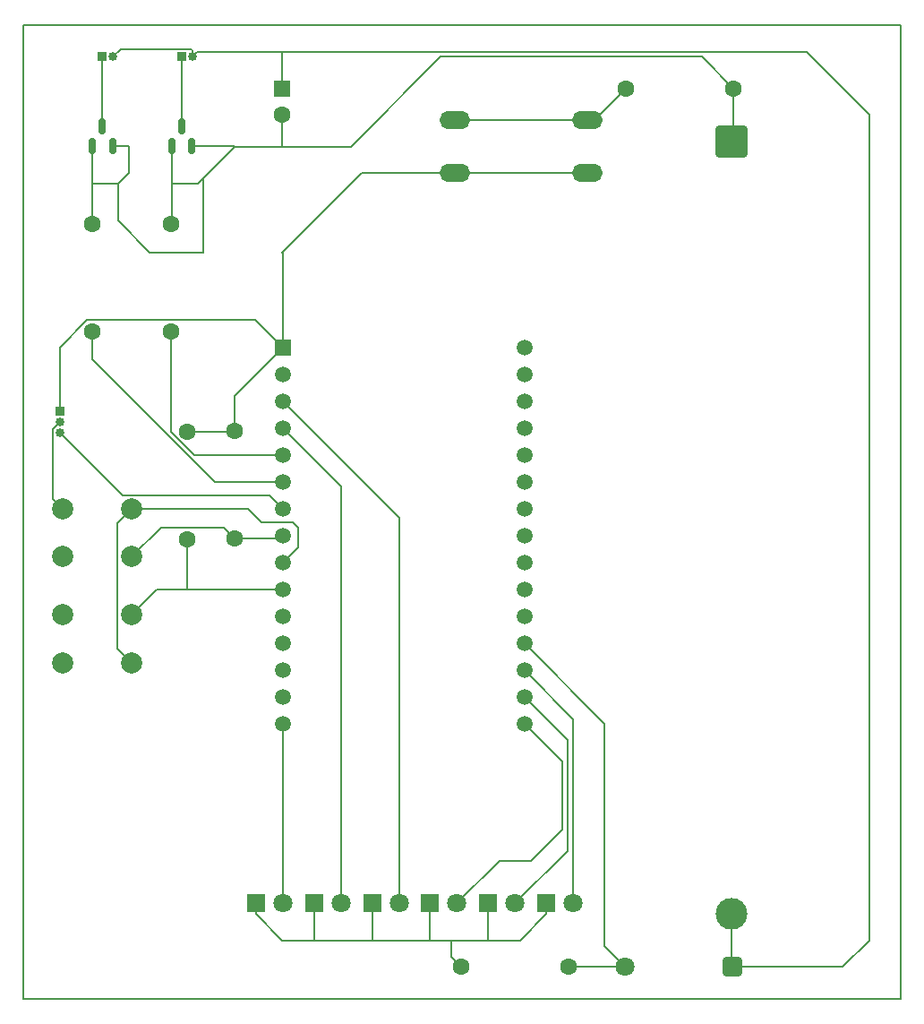
<source format=gbr>
%TF.GenerationSoftware,KiCad,Pcbnew,9.0.6*%
%TF.CreationDate,2025-12-27T01:17:39+02:00*%
%TF.ProjectId,StrikaballMultifunctionalDevice,53747269-6b61-4626-916c-6c4d756c7469,rev?*%
%TF.SameCoordinates,Original*%
%TF.FileFunction,Copper,L1,Top*%
%TF.FilePolarity,Positive*%
%FSLAX46Y46*%
G04 Gerber Fmt 4.6, Leading zero omitted, Abs format (unit mm)*
G04 Created by KiCad (PCBNEW 9.0.6) date 2025-12-27 01:17:39*
%MOMM*%
%LPD*%
G01*
G04 APERTURE LIST*
G04 Aperture macros list*
%AMRoundRect*
0 Rectangle with rounded corners*
0 $1 Rounding radius*
0 $2 $3 $4 $5 $6 $7 $8 $9 X,Y pos of 4 corners*
0 Add a 4 corners polygon primitive as box body*
4,1,4,$2,$3,$4,$5,$6,$7,$8,$9,$2,$3,0*
0 Add four circle primitives for the rounded corners*
1,1,$1+$1,$2,$3*
1,1,$1+$1,$4,$5*
1,1,$1+$1,$6,$7*
1,1,$1+$1,$8,$9*
0 Add four rect primitives between the rounded corners*
20,1,$1+$1,$2,$3,$4,$5,0*
20,1,$1+$1,$4,$5,$6,$7,0*
20,1,$1+$1,$6,$7,$8,$9,0*
20,1,$1+$1,$8,$9,$2,$3,0*%
G04 Aperture macros list end*
%TA.AperFunction,NonConductor*%
%ADD10C,0.200000*%
%TD*%
%TA.AperFunction,ComponentPad*%
%ADD11RoundRect,0.249999X-1.250001X1.250001X-1.250001X-1.250001X1.250001X-1.250001X1.250001X1.250001X0*%
%TD*%
%TA.AperFunction,ComponentPad*%
%ADD12C,3.000000*%
%TD*%
%TA.AperFunction,ComponentPad*%
%ADD13C,1.600000*%
%TD*%
%TA.AperFunction,ComponentPad*%
%ADD14O,2.900000X1.700000*%
%TD*%
%TA.AperFunction,ComponentPad*%
%ADD15R,1.800000X1.800000*%
%TD*%
%TA.AperFunction,ComponentPad*%
%ADD16C,1.800000*%
%TD*%
%TA.AperFunction,ComponentPad*%
%ADD17R,0.850000X0.850000*%
%TD*%
%TA.AperFunction,ComponentPad*%
%ADD18C,0.850000*%
%TD*%
%TA.AperFunction,SMDPad,CuDef*%
%ADD19RoundRect,0.150000X0.150000X-0.587500X0.150000X0.587500X-0.150000X0.587500X-0.150000X-0.587500X0*%
%TD*%
%TA.AperFunction,ComponentPad*%
%ADD20C,2.000000*%
%TD*%
%TA.AperFunction,ComponentPad*%
%ADD21RoundRect,0.250000X0.650000X0.650000X-0.650000X0.650000X-0.650000X-0.650000X0.650000X-0.650000X0*%
%TD*%
%TA.AperFunction,ComponentPad*%
%ADD22R,1.500000X1.500000*%
%TD*%
%TA.AperFunction,ComponentPad*%
%ADD23C,1.500000*%
%TD*%
%TA.AperFunction,ComponentPad*%
%ADD24RoundRect,0.250000X-0.550000X0.550000X-0.550000X-0.550000X0.550000X-0.550000X0.550000X0.550000X0*%
%TD*%
%TA.AperFunction,Conductor*%
%ADD25C,0.200000*%
%TD*%
%TA.AperFunction,Conductor*%
%ADD26C,0.150000*%
%TD*%
G04 APERTURE END LIST*
D10*
X123500000Y-48500000D02*
X206500000Y-48500000D01*
X206500000Y-140500000D01*
X123500000Y-140500000D01*
X123500000Y-48500000D01*
D11*
%TO.P,BT1,1,+*%
%TO.N,+3.6V*%
X190500000Y-59550000D03*
D12*
%TO.P,BT1,2,-*%
%TO.N,GNDBT*%
X190500000Y-132450000D03*
%TD*%
D13*
%TO.P,R5,1*%
%TO.N,+3.6V*%
X190660000Y-54500000D03*
%TO.P,R5,2*%
%TO.N,Net-(SW3-A)*%
X180500000Y-54500000D03*
%TD*%
D14*
%TO.P,SW3,1,A*%
%TO.N,Net-(SW3-A)*%
X164330000Y-57500000D03*
X176830000Y-57500000D03*
%TO.P,SW3,2,B*%
%TO.N,+3.3V*%
X164330000Y-62500000D03*
X176830000Y-62500000D03*
%TD*%
D15*
%TO.P,D4,1,K*%
%TO.N,Net-(D1-K)*%
X145500000Y-131500000D03*
D16*
%TO.P,D4,2,A*%
%TO.N,/LED4*%
X148040000Y-131500000D03*
%TD*%
D13*
%TO.P,R3,1*%
%TO.N,/Igniter*%
X137500000Y-77500000D03*
%TO.P,R3,2*%
%TO.N,+3.6V*%
X137500000Y-67340000D03*
%TD*%
D17*
%TO.P,U1,1,VCC*%
%TO.N,Net-(Q1-D)*%
X138500000Y-51500000D03*
D18*
%TO.P,U1,2,GND*%
%TO.N,GNDBT*%
X139500000Y-51500000D03*
%TD*%
D13*
%TO.P,R2,1*%
%TO.N,Net-(U2-IO10)*%
X139000000Y-97080000D03*
%TO.P,R2,2*%
%TO.N,+3.3V*%
X139000000Y-86920000D03*
%TD*%
D19*
%TO.P,Q1,1,G*%
%TO.N,+3.6V*%
X137550000Y-59937500D03*
%TO.P,Q1,2,S*%
X139450000Y-59937500D03*
%TO.P,Q1,3,D*%
%TO.N,Net-(Q1-D)*%
X138500000Y-58062500D03*
%TD*%
D13*
%TO.P,R1,1*%
%TO.N,Net-(D1-K)*%
X164920000Y-137500000D03*
%TO.P,R1,2*%
%TO.N,GND*%
X175080000Y-137500000D03*
%TD*%
D20*
%TO.P,SW1,1,1*%
%TO.N,GND*%
X127250000Y-94250000D03*
X133750000Y-94250000D03*
%TO.P,SW1,2,2*%
%TO.N,Net-(U2-IO9)*%
X127250000Y-98750000D03*
X133750000Y-98750000D03*
%TD*%
D15*
%TO.P,D1,1,K*%
%TO.N,Net-(D1-K)*%
X173000000Y-131500000D03*
D16*
%TO.P,D1,2,A*%
%TO.N,/LED1*%
X175540000Y-131500000D03*
%TD*%
D17*
%TO.P,U3,1,VCC*%
%TO.N,Net-(Q2-D)*%
X131000000Y-51500000D03*
D18*
%TO.P,U3,2,GND*%
%TO.N,GNDBT*%
X132000000Y-51500000D03*
%TD*%
D13*
%TO.P,R6,1*%
%TO.N,Net-(U2-IO9)*%
X143500000Y-97000000D03*
%TO.P,R6,2*%
%TO.N,+3.3V*%
X143500000Y-86840000D03*
%TD*%
D17*
%TO.P,U4,1,VIN*%
%TO.N,+3.3V*%
X127000000Y-85000000D03*
D18*
%TO.P,U4,2,GND*%
%TO.N,GND*%
X127000000Y-86000000D03*
%TO.P,U4,3,Data*%
%TO.N,/PIR*%
X127000000Y-87000000D03*
%TD*%
D20*
%TO.P,SW2,1,1*%
%TO.N,GND*%
X133750000Y-108750000D03*
X127250000Y-108750000D03*
%TO.P,SW2,2,2*%
%TO.N,Net-(U2-IO10)*%
X133750000Y-104250000D03*
X127250000Y-104250000D03*
%TD*%
D15*
%TO.P,D6,1,K*%
%TO.N,Net-(D1-K)*%
X151000000Y-131500000D03*
D16*
%TO.P,D6,2,A*%
%TO.N,/LED6*%
X153540000Y-131500000D03*
%TD*%
D21*
%TO.P,D7,1,K*%
%TO.N,GNDBT*%
X190580000Y-137500000D03*
D16*
%TO.P,D7,2,A*%
%TO.N,GND*%
X180420000Y-137500000D03*
%TD*%
D15*
%TO.P,D3,1,K*%
%TO.N,Net-(D1-K)*%
X162000000Y-131500000D03*
D16*
%TO.P,D3,2,A*%
%TO.N,/LED3*%
X164540000Y-131500000D03*
%TD*%
D19*
%TO.P,Q2,1,G*%
%TO.N,+3.6V*%
X130050000Y-59937500D03*
%TO.P,Q2,2,S*%
X131950000Y-59937500D03*
%TO.P,Q2,3,D*%
%TO.N,Net-(Q2-D)*%
X131000000Y-58062500D03*
%TD*%
D15*
%TO.P,D2,1,K*%
%TO.N,Net-(D1-K)*%
X167500000Y-131500000D03*
D16*
%TO.P,D2,2,A*%
%TO.N,/LED2*%
X170040000Y-131500000D03*
%TD*%
D15*
%TO.P,D5,1,K*%
%TO.N,Net-(D1-K)*%
X156500000Y-131500000D03*
D16*
%TO.P,D5,2,A*%
%TO.N,/LED5*%
X159040000Y-131500000D03*
%TD*%
D22*
%TO.P,U2,1,3V3*%
%TO.N,+3.3V*%
X148070000Y-79005000D03*
D23*
%TO.P,U2,2,EN*%
%TO.N,unconnected-(U2-EN-Pad2)*%
X148070000Y-81545000D03*
%TO.P,U2,3,IO4*%
%TO.N,/LED5*%
X148070000Y-84085000D03*
%TO.P,U2,4,IO5*%
%TO.N,/LED6*%
X148070000Y-86625000D03*
%TO.P,U2,5,IO6*%
%TO.N,/Igniter*%
X148070000Y-89165000D03*
%TO.P,U2,6,IO7*%
%TO.N,/Siren*%
X148070000Y-91705000D03*
%TO.P,U2,7,IO8*%
%TO.N,/PIR*%
X148070000Y-94245000D03*
%TO.P,U2,8,IO9*%
%TO.N,Net-(U2-IO9)*%
X148070000Y-96785000D03*
%TO.P,U2,9,GND*%
%TO.N,GND*%
X148070000Y-99325000D03*
%TO.P,U2,10,IO10*%
%TO.N,Net-(U2-IO10)*%
X148070000Y-101865000D03*
%TO.P,U2,11,IO20/RXD*%
%TO.N,unconnected-(U2-IO20{slash}RXD-Pad11)*%
X148070000Y-104405000D03*
%TO.P,U2,12,IO21/TXD*%
%TO.N,unconnected-(U2-IO21{slash}TXD-Pad12)*%
X148070000Y-106945000D03*
%TO.P,U2,13,IO18*%
%TO.N,unconnected-(U2-IO18-Pad13)*%
X148070000Y-109485000D03*
%TO.P,U2,14,IO19*%
%TO.N,unconnected-(U2-IO19-Pad14)*%
X148070000Y-112025000D03*
%TO.P,U2,15,IO3*%
%TO.N,/LED4*%
X148070000Y-114565000D03*
%TO.P,U2,16,IO2*%
%TO.N,/LED3*%
X170930000Y-114565000D03*
%TO.P,U2,17,IO1*%
%TO.N,/LED2*%
X170930000Y-112025000D03*
%TO.P,U2,18,IO0*%
%TO.N,/LED1*%
X170930000Y-109485000D03*
%TO.P,U2,19,GND*%
%TO.N,GND*%
X170930000Y-106945000D03*
%TO.P,U2,20*%
%TO.N,N/C*%
X170930000Y-104405000D03*
%TO.P,U2,21*%
X170930000Y-101865000D03*
%TO.P,U2,22*%
X170930000Y-99325000D03*
%TO.P,U2,23*%
X170930000Y-96785000D03*
%TO.P,U2,24*%
X170930000Y-94245000D03*
%TO.P,U2,25*%
X170930000Y-91705000D03*
%TO.P,U2,26*%
X170930000Y-89165000D03*
%TO.P,U2,27*%
X170930000Y-86625000D03*
%TO.P,U2,28*%
X170930000Y-84085000D03*
%TO.P,U2,29*%
X170930000Y-81545000D03*
%TO.P,U2,30*%
X170930000Y-79005000D03*
%TD*%
D24*
%TO.P,C1,1*%
%TO.N,GNDBT*%
X148000000Y-54500000D03*
D13*
%TO.P,C1,2*%
%TO.N,+3.6V*%
X148000000Y-57000000D03*
%TD*%
%TO.P,R4,1*%
%TO.N,/Siren*%
X130000000Y-77500000D03*
%TO.P,R4,2*%
%TO.N,+3.6V*%
X130000000Y-67340000D03*
%TD*%
D25*
%TO.N,GNDBT*%
X203500000Y-135000000D02*
X201000000Y-137500000D01*
X139924999Y-51075001D02*
X148000000Y-51075001D01*
X139375040Y-50774000D02*
X139500000Y-50898960D01*
X148000000Y-51075001D02*
X197575001Y-51075001D01*
X139500000Y-50898960D02*
X139500000Y-51500000D01*
X148000000Y-54500000D02*
X148000000Y-51075001D01*
X201000000Y-137500000D02*
X190580000Y-137500000D01*
X139500000Y-51500000D02*
X139924999Y-51075001D01*
X190500000Y-132450000D02*
X190500000Y-137420000D01*
X190500000Y-137420000D02*
X190580000Y-137500000D01*
X203500000Y-57000000D02*
X203500000Y-135000000D01*
X132000000Y-51500000D02*
X132726000Y-50774000D01*
X197575001Y-51075001D02*
X203500000Y-57000000D01*
X132726000Y-50774000D02*
X139375040Y-50774000D01*
%TO.N,+3.3V*%
X155500000Y-62500000D02*
X148000000Y-70000000D01*
D26*
X127000000Y-78942950D02*
X127000000Y-85000000D01*
D25*
X164330000Y-62500000D02*
X155500000Y-62500000D01*
X143420000Y-86920000D02*
X143500000Y-86840000D01*
X143500000Y-86840000D02*
X143500000Y-83575000D01*
X148070000Y-79005000D02*
X145464000Y-76399000D01*
X143500000Y-83575000D02*
X148070000Y-79005000D01*
X164330000Y-62500000D02*
X176830000Y-62500000D01*
X139000000Y-86920000D02*
X143420000Y-86920000D01*
X145464000Y-76399000D02*
X129543950Y-76399000D01*
X129543950Y-76399000D02*
X127000000Y-78942950D01*
X148000000Y-70000000D02*
X148070000Y-70070000D01*
X148070000Y-70070000D02*
X148070000Y-79005000D01*
%TO.N,GND*%
X149000000Y-95500000D02*
X149500000Y-96000000D01*
X149500000Y-97895000D02*
X148070000Y-99325000D01*
X133750000Y-94250000D02*
X144750000Y-94250000D01*
X149500000Y-96000000D02*
X149500000Y-97895000D01*
X132449000Y-107449000D02*
X133750000Y-108750000D01*
X175080000Y-137500000D02*
X180420000Y-137500000D01*
X133750000Y-94250000D02*
X132449000Y-95551000D01*
X126274000Y-93274000D02*
X127250000Y-94250000D01*
X126274000Y-86699280D02*
X126274000Y-93274000D01*
X132449000Y-95551000D02*
X132449000Y-107449000D01*
X144750000Y-94250000D02*
X146000000Y-95500000D01*
X180420000Y-137500000D02*
X178500000Y-135580000D01*
X127000000Y-86000000D02*
X126973280Y-86000000D01*
X178500000Y-135580000D02*
X178500000Y-114515000D01*
X126973280Y-86000000D02*
X126274000Y-86699280D01*
X146000000Y-95500000D02*
X149000000Y-95500000D01*
X178500000Y-114515000D02*
X170930000Y-106945000D01*
%TO.N,/LED1*%
X175540000Y-114095000D02*
X175540000Y-131500000D01*
X170930000Y-109485000D02*
X175540000Y-114095000D01*
%TO.N,Net-(D1-K)*%
X162000000Y-135000000D02*
X164000000Y-135000000D01*
X156500000Y-131500000D02*
X156500000Y-135000000D01*
X148000000Y-135000000D02*
X151000000Y-135000000D01*
X167500000Y-131500000D02*
X167500000Y-135000000D01*
X164000000Y-135000000D02*
X164000000Y-136580000D01*
X145500000Y-131500000D02*
X145500000Y-132500000D01*
X164000000Y-136580000D02*
X164920000Y-137500000D01*
X167500000Y-135000000D02*
X170500000Y-135000000D01*
X173000000Y-131500000D02*
X173000000Y-132500000D01*
X173000000Y-132500000D02*
X170500000Y-135000000D01*
X162000000Y-131500000D02*
X162000000Y-135000000D01*
X151000000Y-135000000D02*
X156500000Y-135000000D01*
X151000000Y-131500000D02*
X151000000Y-135000000D01*
X164000000Y-135000000D02*
X167500000Y-135000000D01*
X156500000Y-135000000D02*
X162000000Y-135000000D01*
X145500000Y-132500000D02*
X148000000Y-135000000D01*
%TO.N,/LED2*%
X175000000Y-126540000D02*
X170040000Y-131500000D01*
X170930000Y-112025000D02*
X175000000Y-116095000D01*
X175000000Y-116095000D02*
X175000000Y-126540000D01*
%TO.N,/LED3*%
X168540000Y-127500000D02*
X164540000Y-131500000D01*
X171500000Y-127500000D02*
X168540000Y-127500000D01*
X174500000Y-124500000D02*
X171500000Y-127500000D01*
X174500000Y-118135000D02*
X174500000Y-124500000D01*
X170930000Y-114565000D02*
X174500000Y-118135000D01*
%TO.N,/LED4*%
X148070000Y-114565000D02*
X148070000Y-131470000D01*
X148070000Y-131470000D02*
X148040000Y-131500000D01*
%TO.N,/LED5*%
X159040000Y-95055000D02*
X159040000Y-131500000D01*
X148070000Y-84085000D02*
X159040000Y-95055000D01*
%TO.N,/LED6*%
X153540000Y-131500000D02*
X153540000Y-92095000D01*
X153540000Y-92095000D02*
X148070000Y-86625000D01*
%TO.N,Net-(Q1-D)*%
X138500000Y-51500000D02*
X138500000Y-58062500D01*
%TO.N,Net-(Q2-D)*%
X131000000Y-51500000D02*
X131000000Y-58062500D01*
%TO.N,Net-(U2-IO10)*%
X139000000Y-101865000D02*
X136135000Y-101865000D01*
X136135000Y-101865000D02*
X133750000Y-104250000D01*
X143785000Y-101865000D02*
X148070000Y-101865000D01*
X143785000Y-101865000D02*
X139000000Y-101865000D01*
X139000000Y-97080000D02*
X139000000Y-101865000D01*
%TO.N,/Igniter*%
X137500000Y-77500000D02*
X137500000Y-86977050D01*
X137500000Y-86977050D02*
X139687950Y-89165000D01*
X139687950Y-89165000D02*
X148070000Y-89165000D01*
%TO.N,/Siren*%
X130000000Y-80044150D02*
X141660850Y-91705000D01*
X141660850Y-91705000D02*
X148070000Y-91705000D01*
X130000000Y-77500000D02*
X130000000Y-80044150D01*
%TO.N,Net-(SW3-A)*%
X177500000Y-57500000D02*
X176830000Y-57500000D01*
X164330000Y-57500000D02*
X176830000Y-57500000D01*
X180500000Y-54500000D02*
X177500000Y-57500000D01*
%TO.N,/PIR*%
X132949000Y-92949000D02*
X127000000Y-87000000D01*
X148070000Y-94245000D02*
X146774000Y-92949000D01*
X146774000Y-92949000D02*
X132949000Y-92949000D01*
%TO.N,Net-(U2-IO9)*%
X142479000Y-95979000D02*
X136521000Y-95979000D01*
X136521000Y-95979000D02*
X133750000Y-98750000D01*
X147855000Y-97000000D02*
X148070000Y-96785000D01*
X143500000Y-97000000D02*
X142479000Y-95979000D01*
X143500000Y-97000000D02*
X147855000Y-97000000D01*
%TO.N,+3.6V*%
X133500000Y-62500000D02*
X133500000Y-60000000D01*
X140500000Y-63000000D02*
X143500000Y-60000000D01*
X132500000Y-67000000D02*
X135500000Y-70000000D01*
X130050000Y-59937500D02*
X130050000Y-61050000D01*
X130000000Y-61100000D02*
X130000000Y-63500000D01*
X135500000Y-70000000D02*
X140500000Y-70000000D01*
X187660000Y-51500000D02*
X190660000Y-54500000D01*
X132500000Y-63500000D02*
X132500000Y-67000000D01*
X143437500Y-59937500D02*
X139450000Y-59937500D01*
X190660000Y-59390000D02*
X190500000Y-59550000D01*
X130050000Y-61050000D02*
X130000000Y-61100000D01*
X137550000Y-67290000D02*
X137500000Y-67340000D01*
X154500000Y-60000000D02*
X163000000Y-51500000D01*
X140000000Y-63500000D02*
X140500000Y-63000000D01*
X133437500Y-59937500D02*
X131950000Y-59937500D01*
X140500000Y-70000000D02*
X140500000Y-63000000D01*
X137550000Y-59937500D02*
X137550000Y-63500000D01*
X130000000Y-63500000D02*
X132500000Y-63500000D01*
X130000000Y-63500000D02*
X130000000Y-67340000D01*
X148000000Y-60000000D02*
X154500000Y-60000000D01*
X148000000Y-57000000D02*
X148000000Y-60000000D01*
X132500000Y-63500000D02*
X133500000Y-62500000D01*
X137550000Y-63500000D02*
X140000000Y-63500000D01*
X143500000Y-60000000D02*
X143437500Y-59937500D01*
X137550000Y-63500000D02*
X137550000Y-67290000D01*
X133500000Y-60000000D02*
X133437500Y-59937500D01*
X163000000Y-51500000D02*
X187660000Y-51500000D01*
X143500000Y-60000000D02*
X148000000Y-60000000D01*
X190660000Y-54500000D02*
X190660000Y-59390000D01*
%TD*%
M02*

</source>
